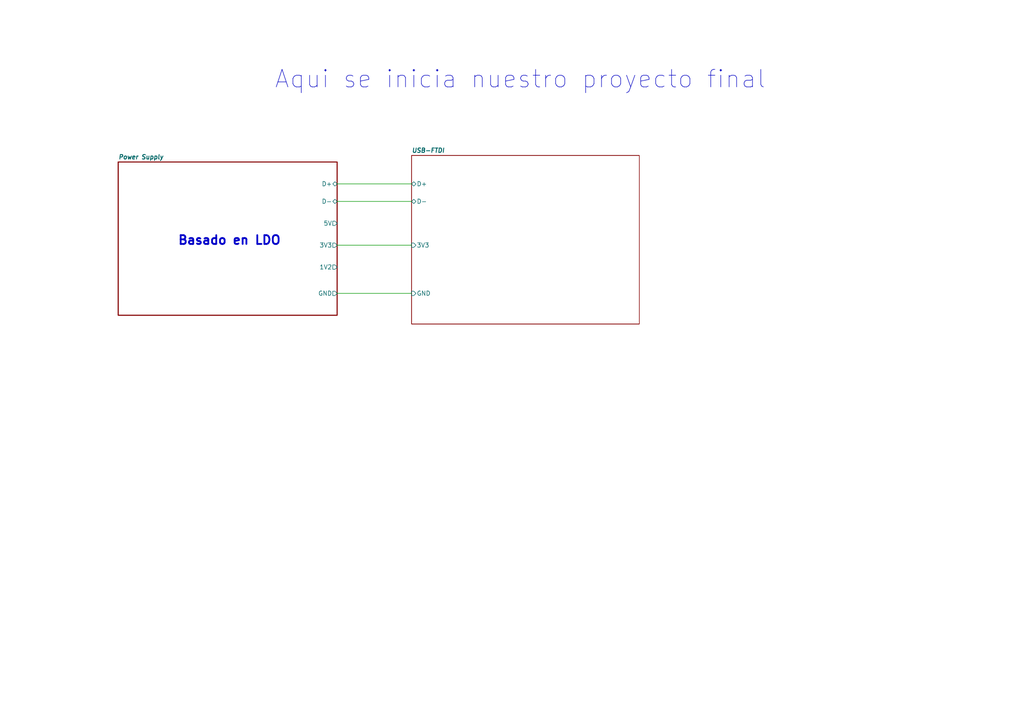
<source format=kicad_sch>
(kicad_sch
	(version 20231120)
	(generator "eeschema")
	(generator_version "8.0")
	(uuid "fadb8841-cd7a-4174-937d-7c393e857c90")
	(paper "A4")
	(lib_symbols)
	(wire
		(pts
			(xy 97.79 85.09) (xy 119.38 85.09)
		)
		(stroke
			(width 0)
			(type default)
		)
		(uuid "299ea214-9c60-4d41-bd0a-b038afcdff28")
	)
	(wire
		(pts
			(xy 97.79 58.42) (xy 119.38 58.42)
		)
		(stroke
			(width 0)
			(type default)
		)
		(uuid "39428b9c-757d-43da-8baa-40e5917f35da")
	)
	(wire
		(pts
			(xy 97.79 71.12) (xy 119.38 71.12)
		)
		(stroke
			(width 0)
			(type default)
		)
		(uuid "69275de8-d138-46ed-8a7e-9a07a5ea77d8")
	)
	(wire
		(pts
			(xy 97.79 53.34) (xy 119.38 53.34)
		)
		(stroke
			(width 0)
			(type default)
		)
		(uuid "fdd202ca-3537-480f-9218-764f44354b60")
	)
	(text "Basado en LDO"
		(exclude_from_sim no)
		(at 66.548 69.85 0)
		(effects
			(font
				(size 2.55 2.55)
				(thickness 0.51)
				(bold yes)
			)
		)
		(uuid "74b275d4-b860-4ff2-8097-a19c728916e0")
	)
	(text "Aqui se inicia nuestro proyecto final"
		(exclude_from_sim no)
		(at 150.876 23.114 0)
		(effects
			(font
				(size 5.08 5.08)
			)
		)
		(uuid "fd698abc-1a7f-4440-93e7-56ee8ffaf67f")
	)
	(sheet
		(at 119.38 45.085)
		(size 66.04 48.895)
		(fields_autoplaced yes)
		(stroke
			(width 0.1524)
			(type solid)
		)
		(fill
			(color 0 0 0 0.0000)
		)
		(uuid "8407417e-b7fd-4165-964b-a68bb857b9a8")
		(property "Sheetname" "USB-FTDI"
			(at 119.38 44.3734 0)
			(effects
				(font
					(size 1.27 1.27)
					(thickness 0.254)
					(bold yes)
					(italic yes)
				)
				(justify left bottom)
			)
		)
		(property "Sheetfile" "FTDI.kicad_sch"
			(at 119.38 94.5646 0)
			(effects
				(font
					(size 1.27 1.27)
				)
				(justify left top)
				(hide yes)
			)
		)
		(pin "D-" bidirectional
			(at 119.38 58.42 180)
			(effects
				(font
					(size 1.27 1.27)
				)
				(justify left)
			)
			(uuid "3344183d-0cdd-4b5d-9593-9510934317fa")
		)
		(pin "3V3" input
			(at 119.38 71.12 180)
			(effects
				(font
					(size 1.27 1.27)
				)
				(justify left)
			)
			(uuid "ea25843d-c72f-4f0b-9ac6-0c2d1e4c39e9")
		)
		(pin "GND" input
			(at 119.38 85.09 180)
			(effects
				(font
					(size 1.27 1.27)
				)
				(justify left)
			)
			(uuid "8cd94e9e-c5d5-426d-97c3-a05590b2b33b")
		)
		(pin "D+" bidirectional
			(at 119.38 53.34 180)
			(effects
				(font
					(size 1.27 1.27)
				)
				(justify left)
			)
			(uuid "2276408d-6fa3-45f2-b5a4-9a7598bae1d3")
		)
		(instances
			(project "fpga-utn"
				(path "/fadb8841-cd7a-4174-937d-7c393e857c90"
					(page "3")
				)
			)
		)
	)
	(sheet
		(at 34.29 46.99)
		(size 63.5 44.45)
		(stroke
			(width 0.254)
			(type solid)
		)
		(fill
			(color 0 0 0 0.0000)
		)
		(uuid "addbb95a-5ecf-43db-ab5f-45b593a9e920")
		(property "Sheetname" "Power Supply"
			(at 34.29 46.2784 0)
			(effects
				(font
					(size 1.27 1.27)
					(thickness 0.254)
					(bold yes)
					(italic yes)
				)
				(justify left bottom)
			)
		)
		(property "Sheetfile" "power_supply.kicad_sch"
			(at 34.29 92.0246 0)
			(effects
				(font
					(size 1.27 1.27)
				)
				(justify left top)
				(hide yes)
			)
		)
		(pin "D+" bidirectional
			(at 97.79 53.34 0)
			(effects
				(font
					(size 1.27 1.27)
				)
				(justify right)
			)
			(uuid "7754d066-eceb-4281-bff3-3b4353ce0ef1")
		)
		(pin "D-" bidirectional
			(at 97.79 58.42 0)
			(effects
				(font
					(size 1.27 1.27)
				)
				(justify right)
			)
			(uuid "18ccd051-a86f-437f-8367-e4d6385b66bf")
		)
		(pin "1V2" output
			(at 97.79 77.47 0)
			(effects
				(font
					(size 1.27 1.27)
				)
				(justify right)
			)
			(uuid "d1b84086-509f-4213-9eae-ed5e89bf01cd")
		)
		(pin "3V3" output
			(at 97.79 71.12 0)
			(effects
				(font
					(size 1.27 1.27)
				)
				(justify right)
			)
			(uuid "d4ed3520-393b-4fe9-89c9-6adbd350a028")
		)
		(pin "GND" output
			(at 97.79 85.09 0)
			(effects
				(font
					(size 1.27 1.27)
				)
				(justify right)
			)
			(uuid "d9d8d1eb-aff3-4e55-b89f-dd44b7249020")
		)
		(pin "5V" output
			(at 97.79 64.77 0)
			(effects
				(font
					(size 1.27 1.27)
				)
				(justify right)
			)
			(uuid "9855cd83-9707-4f26-b4f4-00426da385fc")
		)
		(instances
			(project "fpga-utn"
				(path "/fadb8841-cd7a-4174-937d-7c393e857c90"
					(page "2")
				)
			)
		)
	)
	(sheet_instances
		(path "/"
			(page "1")
		)
	)
)

</source>
